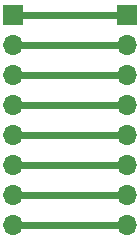
<source format=gbr>
G04 #@! TF.GenerationSoftware,KiCad,Pcbnew,5.0.0-rc2-dev-unknown-5e5e80d~64~ubuntu16.04.1*
G04 #@! TF.CreationDate,2018-07-20T09:50:25-03:00*
G04 #@! TF.ProjectId,termografia2,7465726D6F677261666961322E6B6963,rev?*
G04 #@! TF.SameCoordinates,Original*
G04 #@! TF.FileFunction,Copper,L1,Top,Signal*
G04 #@! TF.FilePolarity,Positive*
%FSLAX46Y46*%
G04 Gerber Fmt 4.6, Leading zero omitted, Abs format (unit mm)*
G04 Created by KiCad (PCBNEW 5.0.0-rc2-dev-unknown-5e5e80d~64~ubuntu16.04.1) date Fri Jul 20 09:50:25 2018*
%MOMM*%
%LPD*%
G01*
G04 APERTURE LIST*
%ADD10O,1.700000X1.700000*%
%ADD11R,1.700000X1.700000*%
%ADD12C,0.600000*%
G04 APERTURE END LIST*
D10*
X143252619Y-99807500D03*
X143252619Y-97267500D03*
X143252619Y-94727500D03*
X143252619Y-92187500D03*
X143252619Y-89647500D03*
X143252619Y-87107500D03*
X143252619Y-84567500D03*
D11*
X143252619Y-82027500D03*
X152892619Y-82027500D03*
D10*
X152892619Y-84567500D03*
X152892619Y-87107500D03*
X152892619Y-89647500D03*
X152892619Y-92187500D03*
X152892619Y-94727500D03*
X152892619Y-97267500D03*
X152892619Y-99807500D03*
D12*
X143252619Y-99807500D02*
X152892619Y-99807500D01*
X143252619Y-97267500D02*
X152892619Y-97267500D01*
X143252619Y-94727500D02*
X152892619Y-94727500D01*
X143252619Y-92187500D02*
X152892619Y-92187500D01*
X143252619Y-89647500D02*
X152892619Y-89647500D01*
X143252619Y-87107500D02*
X152892619Y-87107500D01*
X143252619Y-84567500D02*
X152892619Y-84567500D01*
X144702619Y-82027500D02*
X152892619Y-82027500D01*
X143252619Y-82027500D02*
X144702619Y-82027500D01*
M02*

</source>
